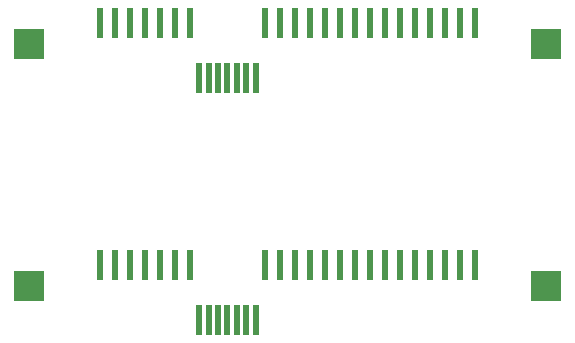
<source format=gbr>
%TF.GenerationSoftware,KiCad,Pcbnew,(5.1.10)-1*%
%TF.CreationDate,2021-07-20T23:53:59+08:00*%
%TF.ProjectId,2.5_SAS_Backend,322e355f-5341-4535-9f42-61636b656e64,rev?*%
%TF.SameCoordinates,Original*%
%TF.FileFunction,Paste,Bot*%
%TF.FilePolarity,Positive*%
%FSLAX46Y46*%
G04 Gerber Fmt 4.6, Leading zero omitted, Abs format (unit mm)*
G04 Created by KiCad (PCBNEW (5.1.10)-1) date 2021-07-20 23:53:59*
%MOMM*%
%LPD*%
G01*
G04 APERTURE LIST*
%ADD10R,2.600000X2.600000*%
%ADD11R,0.600000X2.530000*%
%ADD12R,0.500000X2.530000*%
G04 APERTURE END LIST*
D10*
%TO.C,U1*%
X48750000Y-34810000D03*
X92500000Y-34810000D03*
D11*
X54750000Y-32980000D03*
X56020000Y-32980000D03*
X57290000Y-32980000D03*
X58560000Y-32980000D03*
X59830000Y-32980000D03*
X61100000Y-32980000D03*
X62370000Y-32980000D03*
D12*
X63145000Y-37650000D03*
X63945000Y-37650000D03*
X64745000Y-37650000D03*
X65545000Y-37650000D03*
X66345000Y-37650000D03*
X67145000Y-37650000D03*
X67945000Y-37650000D03*
D11*
X68720000Y-32980000D03*
X69990000Y-32980000D03*
X71260000Y-32980000D03*
X72530000Y-32980000D03*
X73800000Y-32980000D03*
X75070000Y-32980000D03*
X76340000Y-32980000D03*
X77610000Y-32980000D03*
X78880000Y-32980000D03*
X80150000Y-32980000D03*
X81420000Y-32980000D03*
X82690000Y-32980000D03*
X83960000Y-32980000D03*
X85230000Y-32980000D03*
X86500000Y-32980000D03*
%TD*%
D10*
%TO.C,U4*%
X48750000Y-55310000D03*
X92500000Y-55310000D03*
D11*
X54750000Y-53480000D03*
X56020000Y-53480000D03*
X57290000Y-53480000D03*
X58560000Y-53480000D03*
X59830000Y-53480000D03*
X61100000Y-53480000D03*
X62370000Y-53480000D03*
D12*
X63145000Y-58150000D03*
X63945000Y-58150000D03*
X64745000Y-58150000D03*
X65545000Y-58150000D03*
X66345000Y-58150000D03*
X67145000Y-58150000D03*
X67945000Y-58150000D03*
D11*
X68720000Y-53480000D03*
X69990000Y-53480000D03*
X71260000Y-53480000D03*
X72530000Y-53480000D03*
X73800000Y-53480000D03*
X75070000Y-53480000D03*
X76340000Y-53480000D03*
X77610000Y-53480000D03*
X78880000Y-53480000D03*
X80150000Y-53480000D03*
X81420000Y-53480000D03*
X82690000Y-53480000D03*
X83960000Y-53480000D03*
X85230000Y-53480000D03*
X86500000Y-53480000D03*
%TD*%
M02*

</source>
